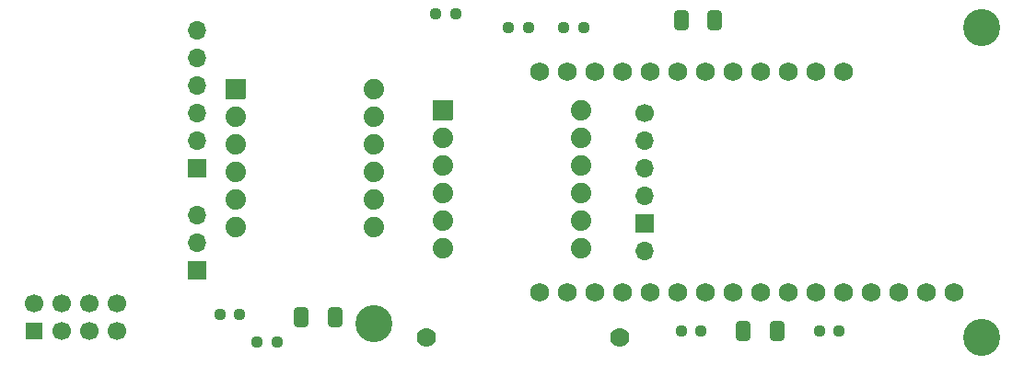
<source format=gts>
G04 #@! TF.GenerationSoftware,KiCad,Pcbnew,7.0.8*
G04 #@! TF.CreationDate,2024-01-13T09:50:40-08:00*
G04 #@! TF.ProjectId,ph-sensor,70682d73-656e-4736-9f72-2e6b69636164,rev?*
G04 #@! TF.SameCoordinates,Original*
G04 #@! TF.FileFunction,Soldermask,Top*
G04 #@! TF.FilePolarity,Negative*
%FSLAX46Y46*%
G04 Gerber Fmt 4.6, Leading zero omitted, Abs format (unit mm)*
G04 Created by KiCad (PCBNEW 7.0.8) date 2024-01-13 09:50:40*
%MOMM*%
%LPD*%
G01*
G04 APERTURE LIST*
G04 Aperture macros list*
%AMRoundRect*
0 Rectangle with rounded corners*
0 $1 Rounding radius*
0 $2 $3 $4 $5 $6 $7 $8 $9 X,Y pos of 4 corners*
0 Add a 4 corners polygon primitive as box body*
4,1,4,$2,$3,$4,$5,$6,$7,$8,$9,$2,$3,0*
0 Add four circle primitives for the rounded corners*
1,1,$1+$1,$2,$3*
1,1,$1+$1,$4,$5*
1,1,$1+$1,$6,$7*
1,1,$1+$1,$8,$9*
0 Add four rect primitives between the rounded corners*
20,1,$1+$1,$2,$3,$4,$5,0*
20,1,$1+$1,$4,$5,$6,$7,0*
20,1,$1+$1,$6,$7,$8,$9,0*
20,1,$1+$1,$8,$9,$2,$3,0*%
G04 Aperture macros list end*
%ADD10RoundRect,0.250000X-0.412500X-0.650000X0.412500X-0.650000X0.412500X0.650000X-0.412500X0.650000X0*%
%ADD11C,1.778000*%
%ADD12C,3.404000*%
%ADD13RoundRect,0.237500X0.250000X0.237500X-0.250000X0.237500X-0.250000X-0.237500X0.250000X-0.237500X0*%
%ADD14RoundRect,0.050800X-0.889000X-0.889000X0.889000X-0.889000X0.889000X0.889000X-0.889000X0.889000X0*%
%ADD15C,1.879600*%
%ADD16RoundRect,0.237500X-0.250000X-0.237500X0.250000X-0.237500X0.250000X0.237500X-0.250000X0.237500X0*%
%ADD17C,1.700000*%
%ADD18O,1.700000X1.700000*%
%ADD19R,1.700000X1.700000*%
%ADD20RoundRect,0.250000X0.412500X0.650000X-0.412500X0.650000X-0.412500X-0.650000X0.412500X-0.650000X0*%
%ADD21R,1.524000X1.524000*%
%ADD22C,1.734000*%
G04 APERTURE END LIST*
D10*
X127977500Y-95250000D03*
X131102500Y-95250000D03*
D11*
X139446000Y-97155000D03*
X157226000Y-97155000D03*
D12*
X190500000Y-68580000D03*
D13*
X177442500Y-96520000D03*
X175617500Y-96520000D03*
D14*
X121920000Y-74295000D03*
D15*
X121920000Y-76835000D03*
X121920000Y-79375000D03*
X121920000Y-81915000D03*
X121920000Y-84455000D03*
X121920000Y-86995000D03*
X134620000Y-74295000D03*
X134620000Y-76835000D03*
X134620000Y-79375000D03*
X134620000Y-81915000D03*
X134620000Y-84455000D03*
X134620000Y-86995000D03*
D13*
X153947500Y-68580000D03*
X152122500Y-68580000D03*
D10*
X162902500Y-67945000D03*
X166027500Y-67945000D03*
D16*
X162917500Y-96520000D03*
X164742500Y-96520000D03*
D12*
X190500000Y-97155000D03*
D17*
X159512000Y-76454000D03*
D18*
X159512000Y-78994000D03*
X159512000Y-81534000D03*
X159512000Y-84074000D03*
D19*
X159512000Y-86614000D03*
D18*
X159512000Y-89154000D03*
D14*
X140970000Y-76200000D03*
D15*
X140970000Y-78740000D03*
X140970000Y-81280000D03*
X140970000Y-83820000D03*
X140970000Y-86360000D03*
X140970000Y-88900000D03*
X153670000Y-76200000D03*
X153670000Y-78740000D03*
X153670000Y-81280000D03*
X153670000Y-83820000D03*
X153670000Y-86360000D03*
X153670000Y-88900000D03*
D16*
X120499500Y-94996000D03*
X122324500Y-94996000D03*
D12*
X134620000Y-95885000D03*
D20*
X171742500Y-96520000D03*
X168617500Y-96520000D03*
D13*
X148867500Y-68580000D03*
X147042500Y-68580000D03*
X125730000Y-97536000D03*
X123905000Y-97536000D03*
D21*
X103378000Y-96520000D03*
D17*
X103378000Y-93980000D03*
X105918000Y-96520000D03*
X105918000Y-93980000D03*
X108458000Y-96520000D03*
X108458000Y-93980000D03*
X110998000Y-96520000D03*
X110998000Y-93980000D03*
D16*
X140335000Y-67310000D03*
X142160000Y-67310000D03*
D19*
X118364000Y-90932000D03*
D18*
X118364000Y-88392000D03*
X118364000Y-85852000D03*
D22*
X187960000Y-92964000D03*
X185420000Y-92964000D03*
X182880000Y-92964000D03*
X180340000Y-92964000D03*
X177800000Y-92964000D03*
X175260000Y-92964000D03*
X172720000Y-92964000D03*
X170180000Y-92964000D03*
X167640000Y-92964000D03*
X165100000Y-92964000D03*
X162560000Y-92964000D03*
X160020000Y-92964000D03*
X157480000Y-92964000D03*
X154940000Y-92964000D03*
X152400000Y-92964000D03*
X149860000Y-92964000D03*
X149860000Y-72644000D03*
X152400000Y-72644000D03*
X154940000Y-72644000D03*
X157480000Y-72644000D03*
X160020000Y-72644000D03*
X162560000Y-72644000D03*
X165100000Y-72644000D03*
X167640000Y-72644000D03*
X170180000Y-72644000D03*
X172720000Y-72644000D03*
X175260000Y-72644000D03*
X177800000Y-72644000D03*
D19*
X118364000Y-81534000D03*
D18*
X118364000Y-78994000D03*
X118364000Y-76454000D03*
X118364000Y-73914000D03*
X118364000Y-71374000D03*
X118364000Y-68834000D03*
M02*

</source>
